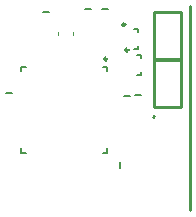
<source format=gto>
%FSLAX25Y25*%
%MOIN*%
G70*
G01*
G75*
G04 Layer_Color=65535*
%ADD10R,0.02756X0.03543*%
%ADD11C,0.04000*%
%ADD12R,0.20276X0.20276*%
%ADD13O,0.02756X0.00787*%
%ADD14O,0.00787X0.02756*%
%ADD15R,0.02953X0.05512*%
%ADD16R,0.02008X0.01575*%
%ADD17R,0.05906X0.05118*%
%ADD18R,0.03543X0.02756*%
%ADD19R,0.03937X0.04331*%
%ADD20R,0.05118X0.05079*%
%ADD21R,0.05512X0.05079*%
%ADD22R,0.06614X0.03150*%
%ADD23R,0.05906X0.06693*%
%ADD24R,0.06693X0.05906*%
%ADD25R,0.05709X0.06299*%
%ADD26R,0.07480X0.03937*%
%ADD27R,0.05315X0.01575*%
%ADD28C,0.00800*%
%ADD29C,0.05906*%
%ADD30C,0.03937*%
%ADD31C,0.06000*%
%ADD32C,0.05709*%
G04:AMPARAMS|DCode=33|XSize=59.06mil|YSize=74.8mil|CornerRadius=14.76mil|HoleSize=0mil|Usage=FLASHONLY|Rotation=90.000|XOffset=0mil|YOffset=0mil|HoleType=Round|Shape=RoundedRectangle|*
%AMROUNDEDRECTD33*
21,1,0.05906,0.04528,0,0,90.0*
21,1,0.02953,0.07480,0,0,90.0*
1,1,0.02953,0.02264,0.01476*
1,1,0.02953,0.02264,-0.01476*
1,1,0.02953,-0.02264,-0.01476*
1,1,0.02953,-0.02264,0.01476*
%
%ADD33ROUNDEDRECTD33*%
%ADD34R,0.06000X0.06000*%
%ADD35C,0.02400*%
%ADD36C,0.04000*%
%ADD37C,0.07543*%
G04:AMPARAMS|DCode=38|XSize=79.685mil|YSize=79.685mil|CornerRadius=0mil|HoleSize=0mil|Usage=FLASHONLY|Rotation=0.000|XOffset=0mil|YOffset=0mil|HoleType=Round|Shape=Relief|Width=10mil|Gap=10mil|Entries=4|*
%AMTHD38*
7,0,0,0.07969,0.05969,0.01000,45*
%
%ADD38THD38*%
%ADD39C,0.05969*%
G04:AMPARAMS|DCode=40|XSize=90mil|YSize=90mil|CornerRadius=0mil|HoleSize=0mil|Usage=FLASHONLY|Rotation=0.000|XOffset=0mil|YOffset=0mil|HoleType=Round|Shape=Relief|Width=10mil|Gap=10mil|Entries=4|*
%AMTHD40*
7,0,0,0.09000,0.07000,0.01000,45*
%
%ADD40THD40*%
%ADD41C,0.07000*%
%ADD42C,0.06559*%
G04:AMPARAMS|DCode=43|XSize=95.433mil|YSize=95.433mil|CornerRadius=0mil|HoleSize=0mil|Usage=FLASHONLY|Rotation=0.000|XOffset=0mil|YOffset=0mil|HoleType=Round|Shape=Relief|Width=10mil|Gap=10mil|Entries=4|*
%AMTHD43*
7,0,0,0.09543,0.07543,0.01000,45*
%
%ADD43THD43*%
%ADD44C,0.07347*%
%ADD45O,0.09118X0.05969*%
%ADD46C,0.05200*%
G04:AMPARAMS|DCode=47|XSize=72mil|YSize=72mil|CornerRadius=0mil|HoleSize=0mil|Usage=FLASHONLY|Rotation=0.000|XOffset=0mil|YOffset=0mil|HoleType=Round|Shape=Relief|Width=10mil|Gap=10mil|Entries=4|*
%AMTHD47*
7,0,0,0.07200,0.05200,0.01000,45*
%
%ADD47THD47*%
%ADD48R,0.05000X0.04000*%
%ADD49R,0.04331X0.02559*%
%ADD50R,0.05906X0.05512*%
%ADD51R,0.04000X0.05000*%
%ADD52R,0.05512X0.03543*%
%ADD53R,0.05512X0.08661*%
%ADD54R,0.02559X0.04331*%
%ADD55R,0.04331X0.03937*%
G04:AMPARAMS|DCode=56|XSize=9.84mil|YSize=23.62mil|CornerRadius=2.46mil|HoleSize=0mil|Usage=FLASHONLY|Rotation=90.000|XOffset=0mil|YOffset=0mil|HoleType=Round|Shape=RoundedRectangle|*
%AMROUNDEDRECTD56*
21,1,0.00984,0.01870,0,0,90.0*
21,1,0.00492,0.02362,0,0,90.0*
1,1,0.00492,0.00935,0.00246*
1,1,0.00492,0.00935,-0.00246*
1,1,0.00492,-0.00935,-0.00246*
1,1,0.00492,-0.00935,0.00246*
%
%ADD56ROUNDEDRECTD56*%
G04:AMPARAMS|DCode=57|XSize=9.84mil|YSize=29.53mil|CornerRadius=2.46mil|HoleSize=0mil|Usage=FLASHONLY|Rotation=90.000|XOffset=0mil|YOffset=0mil|HoleType=Round|Shape=RoundedRectangle|*
%AMROUNDEDRECTD57*
21,1,0.00984,0.02461,0,0,90.0*
21,1,0.00492,0.02953,0,0,90.0*
1,1,0.00492,0.01230,0.00246*
1,1,0.00492,0.01230,-0.00246*
1,1,0.00492,-0.01230,-0.00246*
1,1,0.00492,-0.01230,0.00246*
%
%ADD57ROUNDEDRECTD57*%
%ADD58R,0.00787X0.02559*%
%ADD59R,0.02559X0.00787*%
%ADD60R,0.03150X0.03150*%
%ADD61R,0.03543X0.08858*%
%ADD62R,0.03543X0.11024*%
%ADD63C,0.01000*%
%ADD64C,0.02000*%
%ADD65C,0.01500*%
%ADD66C,0.00984*%
%ADD67C,0.00787*%
%ADD68C,0.00394*%
D63*
X129500Y36500D02*
X138500D01*
X129500D02*
Y52500D01*
X138500Y36500D02*
Y52500D01*
X129500D02*
X138500D01*
X129500Y68000D02*
X138500D01*
Y52000D02*
Y68000D01*
X129500Y52000D02*
Y68000D01*
Y52000D02*
X138500D01*
X141500Y2000D02*
Y70000D01*
X129000Y33004D02*
X129500Y33504D01*
D66*
X113772Y52429D02*
G03*
X113772Y52429I-492J0D01*
G01*
X120843Y55421D02*
G03*
X120843Y55421I-492J0D01*
G01*
X119843Y63921D02*
G03*
X119843Y63921I-492J0D01*
G01*
D67*
X106516Y69012D02*
X108484D01*
X112016D02*
X113984D01*
X85130Y48295D02*
Y49870D01*
X86705D01*
X85130Y21130D02*
Y22705D01*
Y21130D02*
X86705D01*
X112295D02*
X113870D01*
Y22705D01*
Y48295D02*
Y49870D01*
X112295D02*
X113870D01*
X125173Y47153D02*
Y48138D01*
X123598Y47153D02*
X125173D01*
Y52862D02*
Y53847D01*
X123598D02*
X125173D01*
X92516Y68012D02*
X94484D01*
X119516Y40012D02*
X121484D01*
X123016Y40512D02*
X124984D01*
X80016Y40988D02*
X81984D01*
X118012Y16016D02*
Y17984D01*
X122598Y62347D02*
X124173D01*
Y61362D02*
Y62347D01*
X122598Y55654D02*
X124173D01*
Y56638D01*
D68*
X97500Y60500D02*
Y61500D01*
X102500Y60500D02*
Y61500D01*
M02*

</source>
